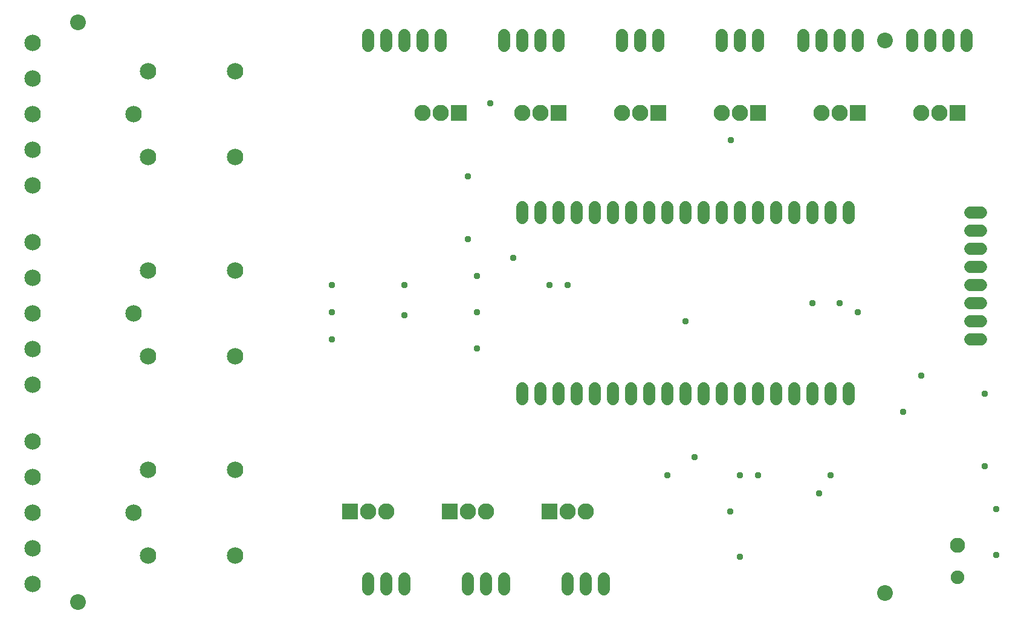
<source format=gbr>
G04 EAGLE Gerber RS-274X export*
G75*
%MOMM*%
%FSLAX34Y34*%
%LPD*%
%INSoldermask Bottom*%
%IPPOS*%
%AMOC8*
5,1,8,0,0,1.08239X$1,22.5*%
G01*
%ADD10C,2.203200*%
%ADD11C,2.303200*%
%ADD12C,1.903200*%
%ADD13C,2.103200*%
%ADD14C,1.727200*%
%ADD15R,2.273200X2.273200*%
%ADD16C,2.273200*%
%ADD17C,0.959600*%


D10*
X127000Y838200D03*
X127000Y25400D03*
X1257300Y38100D03*
X1257300Y812800D03*
D11*
X63500Y330200D03*
X63500Y380200D03*
X63500Y430200D03*
X63500Y480200D03*
X63500Y530200D03*
X63500Y50800D03*
X63500Y100800D03*
X63500Y150800D03*
X63500Y200800D03*
X63500Y250800D03*
X63500Y609600D03*
X63500Y659600D03*
X63500Y709600D03*
X63500Y759600D03*
X63500Y809600D03*
D12*
X1358900Y60690D03*
D13*
X1358900Y105690D03*
D14*
X723900Y805180D02*
X723900Y820420D01*
X749300Y820420D02*
X749300Y805180D01*
X774700Y805180D02*
X774700Y820420D01*
X800100Y820420D02*
X800100Y805180D01*
X1143000Y805180D02*
X1143000Y820420D01*
X1168400Y820420D02*
X1168400Y805180D01*
X1193800Y805180D02*
X1193800Y820420D01*
X1219200Y820420D02*
X1219200Y805180D01*
X533400Y58420D02*
X533400Y43180D01*
X558800Y43180D02*
X558800Y58420D01*
X584200Y58420D02*
X584200Y43180D01*
X673100Y43180D02*
X673100Y58420D01*
X698500Y58420D02*
X698500Y43180D01*
X723900Y43180D02*
X723900Y58420D01*
X812800Y58420D02*
X812800Y43180D01*
X838200Y43180D02*
X838200Y58420D01*
X863600Y58420D02*
X863600Y43180D01*
X749300Y309880D02*
X749300Y325120D01*
X774700Y325120D02*
X774700Y309880D01*
X800100Y309880D02*
X800100Y325120D01*
X825500Y325120D02*
X825500Y309880D01*
X850900Y309880D02*
X850900Y325120D01*
X876300Y325120D02*
X876300Y309880D01*
X901700Y309880D02*
X901700Y325120D01*
X927100Y325120D02*
X927100Y309880D01*
X952500Y309880D02*
X952500Y325120D01*
X977900Y325120D02*
X977900Y309880D01*
X1003300Y309880D02*
X1003300Y325120D01*
X1028700Y325120D02*
X1028700Y309880D01*
X1054100Y309880D02*
X1054100Y325120D01*
X1079500Y325120D02*
X1079500Y309880D01*
X1104900Y309880D02*
X1104900Y325120D01*
X1130300Y325120D02*
X1130300Y309880D01*
X1155700Y309880D02*
X1155700Y325120D01*
X1181100Y325120D02*
X1181100Y309880D01*
X1206500Y309880D02*
X1206500Y325120D01*
X749300Y563880D02*
X749300Y579120D01*
X774700Y579120D02*
X774700Y563880D01*
X800100Y563880D02*
X800100Y579120D01*
X825500Y579120D02*
X825500Y563880D01*
X850900Y563880D02*
X850900Y579120D01*
X876300Y579120D02*
X876300Y563880D01*
X901700Y563880D02*
X901700Y579120D01*
X927100Y579120D02*
X927100Y563880D01*
X952500Y563880D02*
X952500Y579120D01*
X977900Y579120D02*
X977900Y563880D01*
X1003300Y563880D02*
X1003300Y579120D01*
X1028700Y579120D02*
X1028700Y563880D01*
X1054100Y563880D02*
X1054100Y579120D01*
X1079500Y579120D02*
X1079500Y563880D01*
X1104900Y563880D02*
X1104900Y579120D01*
X1130300Y579120D02*
X1130300Y563880D01*
X1155700Y563880D02*
X1155700Y579120D01*
X1181100Y579120D02*
X1181100Y563880D01*
X1206500Y563880D02*
X1206500Y579120D01*
X1376680Y393700D02*
X1391920Y393700D01*
X1391920Y419100D02*
X1376680Y419100D01*
X1376680Y444500D02*
X1391920Y444500D01*
X1391920Y469900D02*
X1376680Y469900D01*
X1376680Y495300D02*
X1391920Y495300D01*
X1391920Y520700D02*
X1376680Y520700D01*
X1376680Y546100D02*
X1391920Y546100D01*
X1391920Y571500D02*
X1376680Y571500D01*
D11*
X347000Y490600D03*
X225000Y490600D03*
X205000Y430600D03*
X225000Y370600D03*
X347000Y370600D03*
X347000Y211200D03*
X225000Y211200D03*
X205000Y151200D03*
X225000Y91200D03*
X347000Y91200D03*
X347000Y770000D03*
X225000Y770000D03*
X205000Y710000D03*
X225000Y650000D03*
X347000Y650000D03*
D15*
X1079500Y711200D03*
D16*
X1054100Y711200D03*
X1028700Y711200D03*
D15*
X1219200Y711200D03*
D16*
X1193800Y711200D03*
X1168400Y711200D03*
D15*
X1358900Y711200D03*
D16*
X1333500Y711200D03*
X1308100Y711200D03*
D15*
X660400Y711200D03*
D16*
X635000Y711200D03*
X609600Y711200D03*
D15*
X800100Y711200D03*
D16*
X774700Y711200D03*
X749300Y711200D03*
D15*
X939800Y711200D03*
D16*
X914400Y711200D03*
X889000Y711200D03*
D15*
X508000Y152400D03*
D16*
X533400Y152400D03*
X558800Y152400D03*
D15*
X647700Y152400D03*
D16*
X673100Y152400D03*
X698500Y152400D03*
D15*
X787400Y152400D03*
D16*
X812800Y152400D03*
X838200Y152400D03*
D14*
X889000Y805180D02*
X889000Y820420D01*
X914400Y820420D02*
X914400Y805180D01*
X939800Y805180D02*
X939800Y820420D01*
X1028700Y820420D02*
X1028700Y805180D01*
X1054100Y805180D02*
X1054100Y820420D01*
X1079500Y820420D02*
X1079500Y805180D01*
X635000Y805180D02*
X635000Y820420D01*
X609600Y820420D02*
X609600Y805180D01*
X584200Y805180D02*
X584200Y820420D01*
X558800Y820420D02*
X558800Y805180D01*
X533400Y805180D02*
X533400Y820420D01*
X1295400Y820420D02*
X1295400Y805180D01*
X1320800Y805180D02*
X1320800Y820420D01*
X1346200Y820420D02*
X1346200Y805180D01*
X1371600Y805180D02*
X1371600Y820420D01*
D17*
X584200Y469900D03*
X990600Y228600D03*
X1308100Y342900D03*
X1413510Y91440D03*
X1413510Y156210D03*
X685800Y381000D03*
X685800Y431800D03*
X685800Y482600D03*
X482600Y469900D03*
X482600Y393700D03*
X482600Y431800D03*
X584200Y427990D03*
X952500Y203200D03*
X1079500Y203200D03*
X1181100Y203200D03*
X1040740Y152400D03*
X1165200Y177800D03*
X1397000Y215900D03*
X1397000Y317500D03*
X1054100Y203200D03*
X736600Y508000D03*
X787400Y469900D03*
X812800Y469900D03*
X1041400Y673100D03*
X704850Y725170D03*
X673100Y534670D03*
X977900Y419100D03*
X1155700Y444500D03*
X1219200Y431800D03*
X1193800Y444500D03*
X673100Y622300D03*
X1282700Y292100D03*
X1054100Y88900D03*
X1143000Y821690D03*
M02*

</source>
